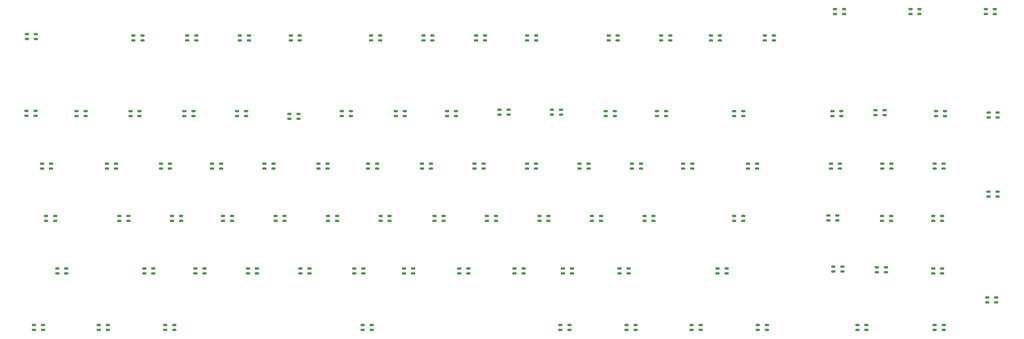
<source format=gbr>
G04 #@! TF.GenerationSoftware,KiCad,Pcbnew,8.0.6*
G04 #@! TF.CreationDate,2025-01-12T17:42:36+11:00*
G04 #@! TF.ProjectId,keyboard,6b657962-6f61-4726-942e-6b696361645f,rev?*
G04 #@! TF.SameCoordinates,Original*
G04 #@! TF.FileFunction,Paste,Top*
G04 #@! TF.FilePolarity,Positive*
%FSLAX46Y46*%
G04 Gerber Fmt 4.6, Leading zero omitted, Abs format (unit mm)*
G04 Created by KiCad (PCBNEW 8.0.6) date 2025-01-12 17:42:36*
%MOMM*%
%LPD*%
G01*
G04 APERTURE LIST*
G04 Aperture macros list*
%AMRoundRect*
0 Rectangle with rounded corners*
0 $1 Rounding radius*
0 $2 $3 $4 $5 $6 $7 $8 $9 X,Y pos of 4 corners*
0 Add a 4 corners polygon primitive as box body*
4,1,4,$2,$3,$4,$5,$6,$7,$8,$9,$2,$3,0*
0 Add four circle primitives for the rounded corners*
1,1,$1+$1,$2,$3*
1,1,$1+$1,$4,$5*
1,1,$1+$1,$6,$7*
1,1,$1+$1,$8,$9*
0 Add four rect primitives between the rounded corners*
20,1,$1+$1,$2,$3,$4,$5,0*
20,1,$1+$1,$4,$5,$6,$7,0*
20,1,$1+$1,$6,$7,$8,$9,0*
20,1,$1+$1,$8,$9,$2,$3,0*%
G04 Aperture macros list end*
%ADD10RoundRect,0.200000X-0.550000X-0.200000X0.550000X-0.200000X0.550000X0.200000X-0.550000X0.200000X0*%
G04 APERTURE END LIST*
D10*
X97860000Y-88610000D03*
X97860000Y-90390000D03*
X101140000Y-90390000D03*
X101140000Y-88610000D03*
X41860000Y-126610000D03*
X41860000Y-128390000D03*
X45140000Y-128390000D03*
X45140000Y-126610000D03*
X164360000Y-69610000D03*
X164360000Y-71390000D03*
X167640000Y-71390000D03*
X167640000Y-69610000D03*
X340410000Y-88610000D03*
X340410000Y-90390000D03*
X343690000Y-90390000D03*
X343690000Y-88610000D03*
X125910000Y-70610000D03*
X125910000Y-72390000D03*
X129190000Y-72390000D03*
X129190000Y-70610000D03*
X223910000Y-147110000D03*
X223910000Y-148890000D03*
X227190000Y-148890000D03*
X227190000Y-147110000D03*
X207360000Y-126610000D03*
X207360000Y-128390000D03*
X210640000Y-128390000D03*
X210640000Y-126610000D03*
X101860000Y-107610000D03*
X101860000Y-109390000D03*
X105140000Y-109390000D03*
X105140000Y-107610000D03*
X197360000Y-107610000D03*
X197360000Y-109390000D03*
X200640000Y-109390000D03*
X200640000Y-107610000D03*
X280860000Y-126610000D03*
X280860000Y-128390000D03*
X284140000Y-128390000D03*
X284140000Y-126610000D03*
X291860000Y-88610000D03*
X291860000Y-90390000D03*
X295140000Y-90390000D03*
X295140000Y-88610000D03*
X56910000Y-147110000D03*
X56910000Y-148890000D03*
X60190000Y-148890000D03*
X60190000Y-147110000D03*
X321860000Y-88610000D03*
X321860000Y-90390000D03*
X325140000Y-90390000D03*
X325140000Y-88610000D03*
X201910000Y-69110000D03*
X201910000Y-70890000D03*
X205190000Y-70890000D03*
X205190000Y-69110000D03*
X220910000Y-69110000D03*
X220910000Y-70890000D03*
X224190000Y-70890000D03*
X224190000Y-69110000D03*
X30720000Y-69500000D03*
X30720000Y-71280000D03*
X34000000Y-71280000D03*
X34000000Y-69500000D03*
X358860000Y-126610000D03*
X358860000Y-128390000D03*
X362140000Y-128390000D03*
X362140000Y-126610000D03*
X144860000Y-69610000D03*
X144860000Y-71390000D03*
X148140000Y-71390000D03*
X148140000Y-69610000D03*
X254360000Y-107610000D03*
X254360000Y-109390000D03*
X257640000Y-109390000D03*
X257640000Y-107610000D03*
X320910000Y-107410000D03*
X320910000Y-109190000D03*
X324190000Y-109190000D03*
X324190000Y-107410000D03*
X36360000Y-88610000D03*
X36360000Y-90390000D03*
X39640000Y-90390000D03*
X39640000Y-88610000D03*
X126360000Y-42110000D03*
X126360000Y-43890000D03*
X129640000Y-43890000D03*
X129640000Y-42110000D03*
X359360000Y-88610000D03*
X359360000Y-90390000D03*
X362640000Y-90390000D03*
X362640000Y-88610000D03*
X378410000Y-137110000D03*
X378410000Y-138890000D03*
X381690000Y-138890000D03*
X381690000Y-137110000D03*
X79360000Y-88610000D03*
X79360000Y-90390000D03*
X82640000Y-90390000D03*
X82640000Y-88610000D03*
X340360000Y-107610000D03*
X340360000Y-109390000D03*
X343640000Y-109390000D03*
X343640000Y-107610000D03*
X107910000Y-42110000D03*
X107910000Y-43890000D03*
X111190000Y-43890000D03*
X111190000Y-42110000D03*
X268360000Y-88610000D03*
X268360000Y-90390000D03*
X271640000Y-90390000D03*
X271640000Y-88610000D03*
X241410000Y-42110000D03*
X241410000Y-43890000D03*
X244690000Y-43890000D03*
X244690000Y-42110000D03*
X331410000Y-147110000D03*
X331410000Y-148890000D03*
X334690000Y-148890000D03*
X334690000Y-147110000D03*
X182910000Y-69610000D03*
X182910000Y-71390000D03*
X186190000Y-71390000D03*
X186190000Y-69610000D03*
X155410000Y-42110000D03*
X155410000Y-43890000D03*
X158690000Y-43890000D03*
X158690000Y-42110000D03*
X286860000Y-107610000D03*
X286860000Y-109390000D03*
X290140000Y-109390000D03*
X290140000Y-107610000D03*
X350635000Y-32610000D03*
X350635000Y-34390000D03*
X353915000Y-34390000D03*
X353915000Y-32610000D03*
X174360000Y-42110000D03*
X174360000Y-43890000D03*
X177640000Y-43890000D03*
X177640000Y-42110000D03*
X278410000Y-42110000D03*
X278410000Y-43890000D03*
X281690000Y-43890000D03*
X281690000Y-42110000D03*
X235360000Y-107610000D03*
X235360000Y-109390000D03*
X238640000Y-109390000D03*
X238640000Y-107610000D03*
X129860000Y-126610000D03*
X129860000Y-128390000D03*
X133140000Y-128390000D03*
X133140000Y-126610000D03*
X271410000Y-147110000D03*
X271410000Y-148890000D03*
X274690000Y-148890000D03*
X274690000Y-147110000D03*
X37860000Y-107610000D03*
X37860000Y-109390000D03*
X41140000Y-109390000D03*
X41140000Y-107610000D03*
X297910000Y-42110000D03*
X297910000Y-43890000D03*
X301190000Y-43890000D03*
X301190000Y-42110000D03*
X73360000Y-126610000D03*
X73360000Y-128390000D03*
X76640000Y-128390000D03*
X76640000Y-126610000D03*
X69410000Y-42110000D03*
X69410000Y-43890000D03*
X72690000Y-43890000D03*
X72690000Y-42110000D03*
X245360000Y-126610000D03*
X245360000Y-128390000D03*
X248640000Y-128390000D03*
X248640000Y-126610000D03*
X59860000Y-88610000D03*
X59860000Y-90390000D03*
X63140000Y-90390000D03*
X63140000Y-88610000D03*
X187360000Y-126610000D03*
X187360000Y-128390000D03*
X190640000Y-128390000D03*
X190640000Y-126610000D03*
X106910000Y-69610000D03*
X106910000Y-71390000D03*
X110190000Y-71390000D03*
X110190000Y-69610000D03*
X247910000Y-147110000D03*
X247910000Y-148890000D03*
X251190000Y-148890000D03*
X251190000Y-147110000D03*
X68360000Y-69610000D03*
X68360000Y-71390000D03*
X71640000Y-71390000D03*
X71640000Y-69610000D03*
X33410000Y-147110000D03*
X33410000Y-148890000D03*
X36690000Y-148890000D03*
X36690000Y-147110000D03*
X249860000Y-88610000D03*
X249860000Y-90390000D03*
X253140000Y-90390000D03*
X253140000Y-88610000D03*
X224860000Y-126610000D03*
X224860000Y-128390000D03*
X228140000Y-128390000D03*
X228140000Y-126610000D03*
X91860000Y-126610000D03*
X91860000Y-128390000D03*
X95140000Y-128390000D03*
X95140000Y-126610000D03*
X358860000Y-107610000D03*
X358860000Y-109390000D03*
X362140000Y-109390000D03*
X362140000Y-107610000D03*
X295410000Y-147110000D03*
X295410000Y-148890000D03*
X298690000Y-148890000D03*
X298690000Y-147110000D03*
X323360000Y-32610000D03*
X323360000Y-34390000D03*
X326640000Y-34390000D03*
X326640000Y-32610000D03*
X116860000Y-88610000D03*
X116860000Y-90390000D03*
X120140000Y-90390000D03*
X120140000Y-88610000D03*
X377910000Y-32610000D03*
X377910000Y-34390000D03*
X381190000Y-34390000D03*
X381190000Y-32610000D03*
X30860000Y-41610000D03*
X30860000Y-43390000D03*
X34140000Y-43390000D03*
X34140000Y-41610000D03*
X110860000Y-126610000D03*
X110860000Y-128390000D03*
X114140000Y-128390000D03*
X114140000Y-126610000D03*
X378910000Y-70110000D03*
X378910000Y-71890000D03*
X382190000Y-71890000D03*
X382190000Y-70110000D03*
X378860000Y-98760000D03*
X378860000Y-100540000D03*
X382140000Y-100540000D03*
X382140000Y-98760000D03*
X211910000Y-42110000D03*
X211910000Y-43890000D03*
X215190000Y-43890000D03*
X215190000Y-42110000D03*
X48860000Y-69610000D03*
X48860000Y-71390000D03*
X52140000Y-71390000D03*
X52140000Y-69610000D03*
X322360000Y-69610000D03*
X322360000Y-71390000D03*
X325640000Y-71390000D03*
X325640000Y-69610000D03*
X149360000Y-126610000D03*
X149360000Y-128390000D03*
X152640000Y-128390000D03*
X152640000Y-126610000D03*
X173860000Y-88610000D03*
X173860000Y-90390000D03*
X177140000Y-90390000D03*
X177140000Y-88610000D03*
X260410000Y-42110000D03*
X260410000Y-43890000D03*
X263690000Y-43890000D03*
X263690000Y-42110000D03*
X230860000Y-88610000D03*
X230860000Y-90390000D03*
X234140000Y-90390000D03*
X234140000Y-88610000D03*
X152360000Y-147110000D03*
X152360000Y-148890000D03*
X155640000Y-148890000D03*
X155640000Y-147110000D03*
X136360000Y-88610000D03*
X136360000Y-90390000D03*
X139640000Y-90390000D03*
X139640000Y-88610000D03*
X258910000Y-69610000D03*
X258910000Y-71390000D03*
X262190000Y-71390000D03*
X262190000Y-69610000D03*
X211860000Y-88610000D03*
X211860000Y-90390000D03*
X215140000Y-90390000D03*
X215140000Y-88610000D03*
X178360000Y-107610000D03*
X178360000Y-109390000D03*
X181640000Y-109390000D03*
X181640000Y-107610000D03*
X87860000Y-69610000D03*
X87860000Y-71390000D03*
X91140000Y-71390000D03*
X91140000Y-69610000D03*
X338500000Y-126260000D03*
X338500000Y-128040000D03*
X341780000Y-128040000D03*
X341780000Y-126260000D03*
X359410000Y-147110000D03*
X359410000Y-148890000D03*
X362690000Y-148890000D03*
X362690000Y-147110000D03*
X359860000Y-69610000D03*
X359860000Y-71390000D03*
X363140000Y-71390000D03*
X363140000Y-69610000D03*
X88860000Y-42110000D03*
X88860000Y-43890000D03*
X92140000Y-43890000D03*
X92140000Y-42110000D03*
X337972500Y-69272500D03*
X337972500Y-71052500D03*
X341252500Y-71052500D03*
X341252500Y-69272500D03*
X158860000Y-107610000D03*
X158860000Y-109390000D03*
X162140000Y-109390000D03*
X162140000Y-107610000D03*
X240360000Y-69610000D03*
X240360000Y-71390000D03*
X243640000Y-71390000D03*
X243640000Y-69610000D03*
X80910000Y-147110000D03*
X80910000Y-148890000D03*
X84190000Y-148890000D03*
X84190000Y-147110000D03*
X192860000Y-88610000D03*
X192860000Y-90390000D03*
X196140000Y-90390000D03*
X196140000Y-88610000D03*
X216360000Y-107610000D03*
X216360000Y-109390000D03*
X219640000Y-109390000D03*
X219640000Y-107610000D03*
X139860000Y-107610000D03*
X139860000Y-109390000D03*
X143140000Y-109390000D03*
X143140000Y-107610000D03*
X286860000Y-69610000D03*
X286860000Y-71390000D03*
X290140000Y-71390000D03*
X290140000Y-69610000D03*
X193410000Y-42110000D03*
X193410000Y-43890000D03*
X196690000Y-43890000D03*
X196690000Y-42110000D03*
X167360000Y-126610000D03*
X167360000Y-128390000D03*
X170640000Y-128390000D03*
X170640000Y-126610000D03*
X120860000Y-107610000D03*
X120860000Y-109390000D03*
X124140000Y-109390000D03*
X124140000Y-107610000D03*
X64360000Y-107610000D03*
X64360000Y-109390000D03*
X67640000Y-109390000D03*
X67640000Y-107610000D03*
X83360000Y-107610000D03*
X83360000Y-109390000D03*
X86640000Y-109390000D03*
X86640000Y-107610000D03*
X154360000Y-88610000D03*
X154360000Y-90390000D03*
X157640000Y-90390000D03*
X157640000Y-88610000D03*
X322720000Y-126000000D03*
X322720000Y-127780000D03*
X326000000Y-127780000D03*
X326000000Y-126000000D03*
M02*

</source>
